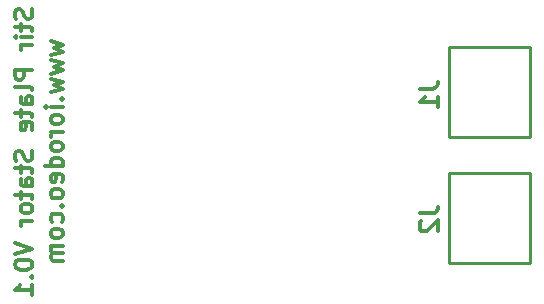
<source format=gbr>
G04 #@! TF.GenerationSoftware,KiCad,Pcbnew,5.0.2-bee76a0~70~ubuntu18.04.1*
G04 #@! TF.CreationDate,2019-06-27T14:31:57-07:00*
G04 #@! TF.ProjectId,stator_plate,73746174-6f72-45f7-906c-6174652e6b69,rev?*
G04 #@! TF.SameCoordinates,Original*
G04 #@! TF.FileFunction,Legend,Bot*
G04 #@! TF.FilePolarity,Positive*
%FSLAX46Y46*%
G04 Gerber Fmt 4.6, Leading zero omitted, Abs format (unit mm)*
G04 Created by KiCad (PCBNEW 5.0.2-bee76a0~70~ubuntu18.04.1) date Thu 27 Jun 2019 02:31:57 PM PDT*
%MOMM*%
%LPD*%
G01*
G04 APERTURE LIST*
%ADD10C,0.300000*%
%ADD11C,0.254000*%
%ADD12C,0.304800*%
G04 APERTURE END LIST*
D10*
X126332142Y-89492857D02*
X126403571Y-89707142D01*
X126403571Y-90064285D01*
X126332142Y-90207142D01*
X126260714Y-90278571D01*
X126117857Y-90350000D01*
X125975000Y-90350000D01*
X125832142Y-90278571D01*
X125760714Y-90207142D01*
X125689285Y-90064285D01*
X125617857Y-89778571D01*
X125546428Y-89635714D01*
X125475000Y-89564285D01*
X125332142Y-89492857D01*
X125189285Y-89492857D01*
X125046428Y-89564285D01*
X124975000Y-89635714D01*
X124903571Y-89778571D01*
X124903571Y-90135714D01*
X124975000Y-90350000D01*
X125403571Y-90778571D02*
X125403571Y-91350000D01*
X124903571Y-90992857D02*
X126189285Y-90992857D01*
X126332142Y-91064285D01*
X126403571Y-91207142D01*
X126403571Y-91350000D01*
X126403571Y-91850000D02*
X125403571Y-91850000D01*
X124903571Y-91850000D02*
X124975000Y-91778571D01*
X125046428Y-91850000D01*
X124975000Y-91921428D01*
X124903571Y-91850000D01*
X125046428Y-91850000D01*
X126403571Y-92564285D02*
X125403571Y-92564285D01*
X125689285Y-92564285D02*
X125546428Y-92635714D01*
X125475000Y-92707142D01*
X125403571Y-92850000D01*
X125403571Y-92992857D01*
X126403571Y-94635714D02*
X124903571Y-94635714D01*
X124903571Y-95207142D01*
X124975000Y-95350000D01*
X125046428Y-95421428D01*
X125189285Y-95492857D01*
X125403571Y-95492857D01*
X125546428Y-95421428D01*
X125617857Y-95350000D01*
X125689285Y-95207142D01*
X125689285Y-94635714D01*
X126403571Y-96350000D02*
X126332142Y-96207142D01*
X126189285Y-96135714D01*
X124903571Y-96135714D01*
X126403571Y-97564285D02*
X125617857Y-97564285D01*
X125475000Y-97492857D01*
X125403571Y-97350000D01*
X125403571Y-97064285D01*
X125475000Y-96921428D01*
X126332142Y-97564285D02*
X126403571Y-97421428D01*
X126403571Y-97064285D01*
X126332142Y-96921428D01*
X126189285Y-96850000D01*
X126046428Y-96850000D01*
X125903571Y-96921428D01*
X125832142Y-97064285D01*
X125832142Y-97421428D01*
X125760714Y-97564285D01*
X125403571Y-98064285D02*
X125403571Y-98635714D01*
X124903571Y-98278571D02*
X126189285Y-98278571D01*
X126332142Y-98350000D01*
X126403571Y-98492857D01*
X126403571Y-98635714D01*
X126332142Y-99707142D02*
X126403571Y-99564285D01*
X126403571Y-99278571D01*
X126332142Y-99135714D01*
X126189285Y-99064285D01*
X125617857Y-99064285D01*
X125475000Y-99135714D01*
X125403571Y-99278571D01*
X125403571Y-99564285D01*
X125475000Y-99707142D01*
X125617857Y-99778571D01*
X125760714Y-99778571D01*
X125903571Y-99064285D01*
X126332142Y-101492857D02*
X126403571Y-101707142D01*
X126403571Y-102064285D01*
X126332142Y-102207142D01*
X126260714Y-102278571D01*
X126117857Y-102350000D01*
X125975000Y-102350000D01*
X125832142Y-102278571D01*
X125760714Y-102207142D01*
X125689285Y-102064285D01*
X125617857Y-101778571D01*
X125546428Y-101635714D01*
X125475000Y-101564285D01*
X125332142Y-101492857D01*
X125189285Y-101492857D01*
X125046428Y-101564285D01*
X124975000Y-101635714D01*
X124903571Y-101778571D01*
X124903571Y-102135714D01*
X124975000Y-102350000D01*
X125403571Y-102778571D02*
X125403571Y-103350000D01*
X124903571Y-102992857D02*
X126189285Y-102992857D01*
X126332142Y-103064285D01*
X126403571Y-103207142D01*
X126403571Y-103350000D01*
X126403571Y-104492857D02*
X125617857Y-104492857D01*
X125475000Y-104421428D01*
X125403571Y-104278571D01*
X125403571Y-103992857D01*
X125475000Y-103850000D01*
X126332142Y-104492857D02*
X126403571Y-104350000D01*
X126403571Y-103992857D01*
X126332142Y-103850000D01*
X126189285Y-103778571D01*
X126046428Y-103778571D01*
X125903571Y-103850000D01*
X125832142Y-103992857D01*
X125832142Y-104350000D01*
X125760714Y-104492857D01*
X125403571Y-104992857D02*
X125403571Y-105564285D01*
X124903571Y-105207142D02*
X126189285Y-105207142D01*
X126332142Y-105278571D01*
X126403571Y-105421428D01*
X126403571Y-105564285D01*
X126403571Y-106278571D02*
X126332142Y-106135714D01*
X126260714Y-106064285D01*
X126117857Y-105992857D01*
X125689285Y-105992857D01*
X125546428Y-106064285D01*
X125475000Y-106135714D01*
X125403571Y-106278571D01*
X125403571Y-106492857D01*
X125475000Y-106635714D01*
X125546428Y-106707142D01*
X125689285Y-106778571D01*
X126117857Y-106778571D01*
X126260714Y-106707142D01*
X126332142Y-106635714D01*
X126403571Y-106492857D01*
X126403571Y-106278571D01*
X126403571Y-107421428D02*
X125403571Y-107421428D01*
X125689285Y-107421428D02*
X125546428Y-107492857D01*
X125475000Y-107564285D01*
X125403571Y-107707142D01*
X125403571Y-107850000D01*
X124903571Y-109278571D02*
X126403571Y-109778571D01*
X124903571Y-110278571D01*
X124903571Y-111064285D02*
X124903571Y-111207142D01*
X124975000Y-111350000D01*
X125046428Y-111421428D01*
X125189285Y-111492857D01*
X125475000Y-111564285D01*
X125832142Y-111564285D01*
X126117857Y-111492857D01*
X126260714Y-111421428D01*
X126332142Y-111350000D01*
X126403571Y-111207142D01*
X126403571Y-111064285D01*
X126332142Y-110921428D01*
X126260714Y-110850000D01*
X126117857Y-110778571D01*
X125832142Y-110707142D01*
X125475000Y-110707142D01*
X125189285Y-110778571D01*
X125046428Y-110850000D01*
X124975000Y-110921428D01*
X124903571Y-111064285D01*
X126260714Y-112207142D02*
X126332142Y-112278571D01*
X126403571Y-112207142D01*
X126332142Y-112135714D01*
X126260714Y-112207142D01*
X126403571Y-112207142D01*
X126403571Y-113707142D02*
X126403571Y-112849999D01*
X126403571Y-113278571D02*
X124903571Y-113278571D01*
X125117857Y-113135714D01*
X125260714Y-112992857D01*
X125332142Y-112849999D01*
X127953571Y-92242857D02*
X128953571Y-92528571D01*
X128239285Y-92814285D01*
X128953571Y-93100000D01*
X127953571Y-93385714D01*
X127953571Y-93814285D02*
X128953571Y-94100000D01*
X128239285Y-94385714D01*
X128953571Y-94671428D01*
X127953571Y-94957142D01*
X127953571Y-95385714D02*
X128953571Y-95671428D01*
X128239285Y-95957142D01*
X128953571Y-96242857D01*
X127953571Y-96528571D01*
X128810714Y-97099999D02*
X128882142Y-97171428D01*
X128953571Y-97099999D01*
X128882142Y-97028571D01*
X128810714Y-97099999D01*
X128953571Y-97099999D01*
X128953571Y-97814285D02*
X127953571Y-97814285D01*
X127453571Y-97814285D02*
X127525000Y-97742857D01*
X127596428Y-97814285D01*
X127525000Y-97885714D01*
X127453571Y-97814285D01*
X127596428Y-97814285D01*
X128953571Y-98742857D02*
X128882142Y-98600000D01*
X128810714Y-98528571D01*
X128667857Y-98457142D01*
X128239285Y-98457142D01*
X128096428Y-98528571D01*
X128025000Y-98600000D01*
X127953571Y-98742857D01*
X127953571Y-98957142D01*
X128025000Y-99100000D01*
X128096428Y-99171428D01*
X128239285Y-99242857D01*
X128667857Y-99242857D01*
X128810714Y-99171428D01*
X128882142Y-99100000D01*
X128953571Y-98957142D01*
X128953571Y-98742857D01*
X128953571Y-99885714D02*
X127953571Y-99885714D01*
X128239285Y-99885714D02*
X128096428Y-99957142D01*
X128025000Y-100028571D01*
X127953571Y-100171428D01*
X127953571Y-100314285D01*
X128953571Y-101028571D02*
X128882142Y-100885714D01*
X128810714Y-100814285D01*
X128667857Y-100742857D01*
X128239285Y-100742857D01*
X128096428Y-100814285D01*
X128025000Y-100885714D01*
X127953571Y-101028571D01*
X127953571Y-101242857D01*
X128025000Y-101385714D01*
X128096428Y-101457142D01*
X128239285Y-101528571D01*
X128667857Y-101528571D01*
X128810714Y-101457142D01*
X128882142Y-101385714D01*
X128953571Y-101242857D01*
X128953571Y-101028571D01*
X128953571Y-102814285D02*
X127453571Y-102814285D01*
X128882142Y-102814285D02*
X128953571Y-102671428D01*
X128953571Y-102385714D01*
X128882142Y-102242857D01*
X128810714Y-102171428D01*
X128667857Y-102099999D01*
X128239285Y-102099999D01*
X128096428Y-102171428D01*
X128025000Y-102242857D01*
X127953571Y-102385714D01*
X127953571Y-102671428D01*
X128025000Y-102814285D01*
X128882142Y-104099999D02*
X128953571Y-103957142D01*
X128953571Y-103671428D01*
X128882142Y-103528571D01*
X128739285Y-103457142D01*
X128167857Y-103457142D01*
X128025000Y-103528571D01*
X127953571Y-103671428D01*
X127953571Y-103957142D01*
X128025000Y-104099999D01*
X128167857Y-104171428D01*
X128310714Y-104171428D01*
X128453571Y-103457142D01*
X128953571Y-105028571D02*
X128882142Y-104885714D01*
X128810714Y-104814285D01*
X128667857Y-104742857D01*
X128239285Y-104742857D01*
X128096428Y-104814285D01*
X128025000Y-104885714D01*
X127953571Y-105028571D01*
X127953571Y-105242857D01*
X128025000Y-105385714D01*
X128096428Y-105457142D01*
X128239285Y-105528571D01*
X128667857Y-105528571D01*
X128810714Y-105457142D01*
X128882142Y-105385714D01*
X128953571Y-105242857D01*
X128953571Y-105028571D01*
X128810714Y-106171428D02*
X128882142Y-106242857D01*
X128953571Y-106171428D01*
X128882142Y-106099999D01*
X128810714Y-106171428D01*
X128953571Y-106171428D01*
X128882142Y-107528571D02*
X128953571Y-107385714D01*
X128953571Y-107099999D01*
X128882142Y-106957142D01*
X128810714Y-106885714D01*
X128667857Y-106814285D01*
X128239285Y-106814285D01*
X128096428Y-106885714D01*
X128025000Y-106957142D01*
X127953571Y-107099999D01*
X127953571Y-107385714D01*
X128025000Y-107528571D01*
X128953571Y-108385714D02*
X128882142Y-108242857D01*
X128810714Y-108171428D01*
X128667857Y-108099999D01*
X128239285Y-108099999D01*
X128096428Y-108171428D01*
X128025000Y-108242857D01*
X127953571Y-108385714D01*
X127953571Y-108599999D01*
X128025000Y-108742857D01*
X128096428Y-108814285D01*
X128239285Y-108885714D01*
X128667857Y-108885714D01*
X128810714Y-108814285D01*
X128882142Y-108742857D01*
X128953571Y-108599999D01*
X128953571Y-108385714D01*
X128953571Y-109528571D02*
X127953571Y-109528571D01*
X128096428Y-109528571D02*
X128025000Y-109599999D01*
X127953571Y-109742857D01*
X127953571Y-109957142D01*
X128025000Y-110099999D01*
X128167857Y-110171428D01*
X128953571Y-110171428D01*
X128167857Y-110171428D02*
X128025000Y-110242857D01*
X127953571Y-110385714D01*
X127953571Y-110599999D01*
X128025000Y-110742857D01*
X128167857Y-110814285D01*
X128953571Y-110814285D01*
D11*
G04 #@! TO.C,J1*
X161696400Y-92710000D02*
X168503600Y-92710000D01*
X161696400Y-100330000D02*
X168503600Y-100330000D01*
X161696400Y-92710000D02*
X161696400Y-100330000D01*
X168503600Y-92710000D02*
X168503600Y-100330000D01*
G04 #@! TO.C,J2*
X168503600Y-103378000D02*
X168503600Y-110998000D01*
X161696400Y-103378000D02*
X161696400Y-110998000D01*
X161696400Y-110998000D02*
X168503600Y-110998000D01*
X161696400Y-103378000D02*
X168503600Y-103378000D01*
G04 #@! TO.C,J1*
D12*
X159185428Y-96266000D02*
X160274000Y-96266000D01*
X160491714Y-96193428D01*
X160636857Y-96048285D01*
X160709428Y-95830571D01*
X160709428Y-95685428D01*
X160709428Y-97790000D02*
X160709428Y-96919142D01*
X160709428Y-97354571D02*
X159185428Y-97354571D01*
X159403142Y-97209428D01*
X159548285Y-97064285D01*
X159620857Y-96919142D01*
G04 #@! TO.C,J2*
X159185428Y-106807000D02*
X160274000Y-106807000D01*
X160491714Y-106734428D01*
X160636857Y-106589285D01*
X160709428Y-106371571D01*
X160709428Y-106226428D01*
X159330571Y-107460142D02*
X159258000Y-107532714D01*
X159185428Y-107677857D01*
X159185428Y-108040714D01*
X159258000Y-108185857D01*
X159330571Y-108258428D01*
X159475714Y-108331000D01*
X159620857Y-108331000D01*
X159838571Y-108258428D01*
X160709428Y-107387571D01*
X160709428Y-108331000D01*
G04 #@! TD*
M02*

</source>
